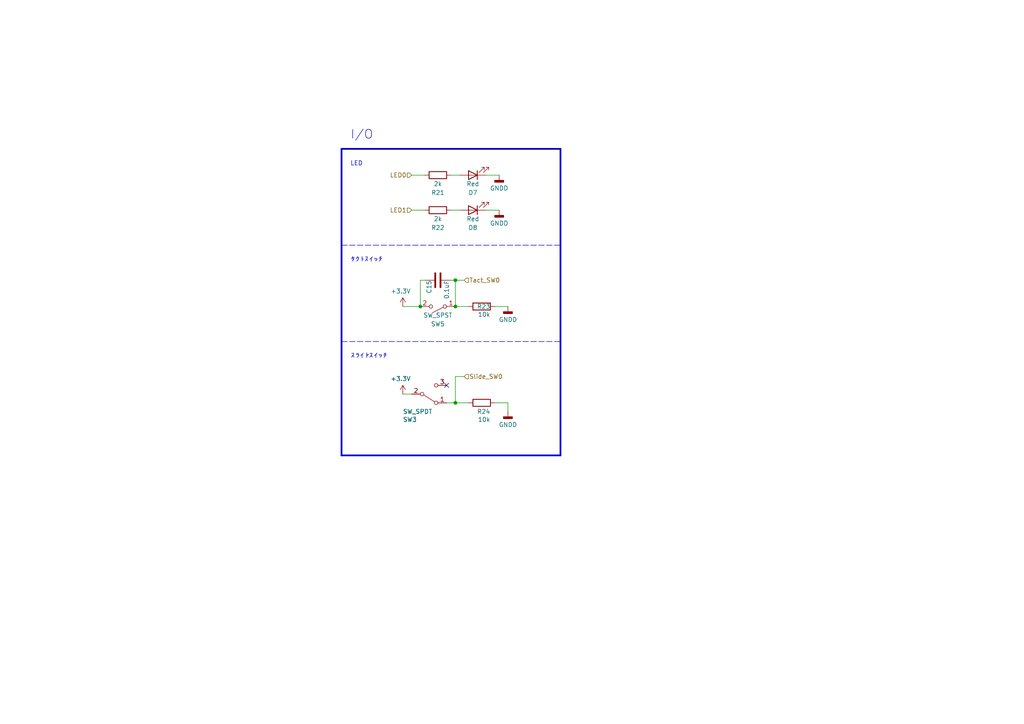
<source format=kicad_sch>
(kicad_sch (version 20230121) (generator eeschema)
  (paper "A4")
  (lib_symbols
    (symbol "Device:C" (pin_numbers hide) (pin_names (offset 0.254))
      (property "Reference" "C" (at 0.635 2.54 0))
      (property "Value" "C" (at 0.635 -2.54 0))
      (symbol "C_0_1"
        (polyline (pts (xy -2.032 -0.762) (xy 2.032 -0.762)) (stroke (width 0.508)))
        (polyline (pts (xy -2.032 0.762) (xy 2.032 0.762)) (stroke (width 0.508)))
      )
      (symbol "C_1_1"
        (pin passive line (at 0 3.81 270) (length 2.794) (name "~") (number "1"))
        (pin passive line (at 0 -3.81 90) (length 2.794) (name "~") (number "2"))
      )
    )
    (symbol "Device:LED" (pin_numbers hide) (pin_names (offset 1.016) hide)
      (property "Reference" "D" (at 0 2.54 0))
      (property "Value" "LED" (at 0 -2.54 0))
      (symbol "LED_0_1"
        (polyline (pts (xy -1.27 -1.27) (xy -1.27 1.27)) (stroke (width 0.254)))
        (polyline (pts (xy -1.27 0) (xy 1.27 0)))
        (polyline (pts (xy 1.27 -1.27) (xy 1.27 1.27) (xy -1.27 0) (xy 1.27 -1.27)) (stroke (width 0.254)))
        (polyline (pts (xy -3.048 -0.762) (xy -4.572 -2.286) (xy -3.81 -2.286) (xy -4.572 -2.286) (xy -4.572 -1.524)))
        (polyline (pts (xy -1.778 -0.762) (xy -3.302 -2.286) (xy -2.54 -2.286) (xy -3.302 -2.286) (xy -3.302 -1.524)))
      )
      (symbol "LED_1_1"
        (pin passive line (at -3.81 0 0) (length 2.54) (name "K") (number "1"))
        (pin passive line (at 3.81 0 180) (length 2.54) (name "A") (number "2"))
      )
    )
    (symbol "Device:R" (pin_numbers hide) (pin_names (offset 0))
      (property "Reference" "R" (at 2.032 0 90))
      (property "Value" "R" (at 0 0 90))
      (symbol "R_0_1"
        (rectangle (start -1.016 -2.54) (end 1.016 2.54) (stroke (width 0.254)))
      )
      (symbol "R_1_1"
        (pin passive line (at 0 3.81 270) (length 1.27) (name "~") (number "1"))
        (pin passive line (at 0 -3.81 90) (length 1.27) (name "~") (number "2"))
      )
    )
    (symbol "Switch:SW_SPDT" (pin_names (offset 0) hide)
      (property "Reference" "SW" (at 0 4.318 0))
      (property "Value" "SW_SPDT" (at 0 -5.08 0))
      (symbol "SW_SPDT_0_0"
        (circle (center -2.032 0) (radius 0.508))
        (circle (center 2.032 -2.54) (radius 0.508))
      )
      (symbol "SW_SPDT_0_1"
        (polyline (pts (xy -1.524 0.254) (xy 1.651 2.286)))
        (circle (center 2.032 2.54) (radius 0.508))
      )
      (symbol "SW_SPDT_1_1"
        (pin passive line (at 5.08 2.54 180) (length 2.54) (name "A") (number "1"))
        (pin passive line (at -5.08 0 0) (length 2.54) (name "B") (number "2"))
        (pin passive line (at 5.08 -2.54 180) (length 2.54) (name "C") (number "3"))
      )
    )
    (symbol "Switch:SW_SPST" (pin_names (offset 0) hide)
      (property "Reference" "SW" (at 0 3.175 0))
      (property "Value" "SW_SPST" (at 0 -2.54 0))
      (symbol "SW_SPST_0_0"
        (circle (center -2.032 0) (radius 0.508))
        (polyline (pts (xy -1.524 0.254) (xy 1.524 1.778)))
        (circle (center 2.032 0) (radius 0.508))
      )
      (symbol "SW_SPST_1_1"
        (pin passive line (at -5.08 0 0) (length 2.54) (name "A") (number "1"))
        (pin passive line (at 5.08 0 180) (length 2.54) (name "B") (number "2"))
      )
    )
    (symbol "power:+3.3V" (power) (pin_names (offset 0))
      (property "Value" "+3.3V" (at 0 3.556 0))
      (symbol "+3.3V_0_1"
        (polyline (pts (xy -0.762 1.27) (xy 0 2.54)))
        (polyline (pts (xy 0 0) (xy 0 2.54)))
        (polyline (pts (xy 0 2.54) (xy 0.762 1.27)))
      )
      (symbol "+3.3V_1_1"
        (pin power_in line (at 0 0 90) (length 0) hide (name "+3.3V") (number "1"))
      )
    )
    (symbol "power:GNDD" (power) (pin_names (offset 0))
      (property "Value" "GNDD" (at 0 -3.175 0))
      (symbol "GNDD_0_1"
        (rectangle (start -1.27 -1.524) (end 1.27 -2.032) (stroke (width 0.254)) (fill (type outline)))
        (polyline (pts (xy 0 0) (xy 0 -1.524)))
      )
      (symbol "GNDD_1_1"
        (pin power_in line (at 0 0 270) (length 0) hide (name "GNDD") (number "1"))
      )
    )
  )
  (junction (at 132.08 116.84))
  (junction (at 121.92 88.9))
  (junction (at 132.08 88.9))
  (junction (at 132.08 81.28))
  (no_connect (at 129.54 111.76))
  (wire (pts (xy 129.54 116.84) (xy 132.08 116.84)))
  (wire (pts (xy 140.97 60.96) (xy 144.78 60.96)))
  (polyline (pts (xy 99.06 43.18) (xy 162.56 43.18)) (stroke (width 0.5) (type solid)))
  (wire (pts (xy 143.51 116.84) (xy 147.32 116.84)))
  (wire (pts (xy 132.08 81.28) (xy 130.81 81.28)))
  (wire (pts (xy 116.84 114.3) (xy 119.38 114.3)))
  (wire (pts (xy 132.08 116.84) (xy 135.89 116.84)))
  (wire (pts (xy 143.51 88.9) (xy 147.32 88.9)))
  (wire (pts (xy 147.32 119.38) (xy 147.32 116.84)))
  (wire (pts (xy 134.62 109.22) (xy 132.08 109.22)))
  (wire (pts (xy 119.38 50.8) (xy 123.19 50.8)))
  (polyline (pts (xy 162.56 132.08) (xy 162.56 43.18)) (stroke (width 0.5) (type solid)))
  (wire (pts (xy 130.81 50.8) (xy 133.35 50.8)))
  (polyline (pts (xy 99.06 99.06) (xy 162.56 99.06)) (stroke (width 0) (type dash)))
  (wire (pts (xy 116.84 88.9) (xy 121.92 88.9)))
  (wire (pts (xy 121.92 81.28) (xy 121.92 88.9)))
  (polyline (pts (xy 99.06 132.08) (xy 162.56 132.08)) (stroke (width 0.5) (type solid)))
  (wire (pts (xy 132.08 81.28) (xy 134.62 81.28)))
  (polyline (pts (xy 99.06 132.08) (xy 99.06 43.18)) (stroke (width 0.5) (type solid)))
  (wire (pts (xy 140.97 50.8) (xy 144.78 50.8)))
  (wire (pts (xy 132.08 88.9) (xy 135.89 88.9)))
  (wire (pts (xy 132.08 109.22) (xy 132.08 116.84)))
  (wire (pts (xy 130.81 60.96) (xy 133.35 60.96)))
  (wire (pts (xy 119.38 60.96) (xy 123.19 60.96)))
  (wire (pts (xy 132.08 81.28) (xy 132.08 88.9)))
  (polyline (pts (xy 99.06 71.12) (xy 162.56 71.12)) (stroke (width 0) (type dash)))
  (wire (pts (xy 121.92 81.28) (xy 123.19 81.28)))
  (text "スライドスイッチ" (at 101.6 104.14 0) (effects (font (size 1.27 1.27)) (justify left bottom)))
  (text "タクトスイッチ" (at 101.6 76.2 0) (effects (font (size 1.27 1.27)) (justify left bottom)))
  (text "LED" (at 101.6 48.26 0) (effects (font (size 1.27 1.27)) (justify left bottom)))
  (text "I/O" (at 101.6 40.64 0) (effects (font (size 2.54 2.54)) (justify left bottom)))
  (hierarchical_label "LED0" (shape input) (at 119.38 50.8 180))
  (hierarchical_label "Tact_SW0" (shape input) (at 134.62 81.28 0))
  (hierarchical_label "LED1" (shape input) (at 119.38 60.96 180))
  (hierarchical_label "Slide_SW0" (shape input) (at 134.62 109.22 0))
  (symbol (lib_id "Switch:SW_SPDT") (at 124.46 114.3 0) (mirror x) (unit 1)
    (property "Reference" "SW3" (at 116.84 121.6914 0) (effects (justify left)))
    (property "Value" "SW_SPDT" (at 116.84 119.38 0) (effects (justify left)))
    (property "Footprint" "MyLibrary:SW_Slide_3P_SPDT" (effects hide))
  )
  (symbol (lib_id "Device:C") (at 127 81.28 90) (mirror x) (unit 1)
    (property "Reference" "C15" (at 124.46 81.28 0) (effects (justify left)))
    (property "Value" "0.1uF" (at 129.54 81.28 0) (effects (justify left)))
    (property "Footprint" "Capacitor_SMD:C_0402_1005Metric" (effects hide))
  )
  (symbol (lib_id "Device:R") (at 139.7 116.84 90) (mirror x) (unit 1)
    (property "Reference" "R24" (at 142.24 119.38 90) (effects (justify left)))
    (property "Value" "10k" (at 142.24 121.6914 90) (effects (justify left)))
    (property "Footprint" "Resistor_SMD:R_0402_1005Metric" (effects hide))
  )
  (symbol (lib_id "power:GNDD") (at 147.32 88.9 0) (unit 1)
    (property "Reference" "#PWR041" (effects hide))
    (property "Value" "GNDD" (at 147.32 92.71 0))
  )
  (symbol (lib_id "Device:LED") (at 137.16 50.8 180) (unit 1)
    (property "Reference" "D7" (at 137.16 55.88 0))
    (property "Value" "Red" (at 137.16 53.34 0))
    (property "Footprint" "LED_SMD:LED_0603_1608Metric_Pad1.05x0.95mm_HandSolder" (effects hide))
  )
  (symbol (lib_id "Switch:SW_SPST") (at 127 88.9 180) (unit 1)
    (property "Reference" "SW5" (at 127 93.98 0))
    (property "Value" "SW_SPST" (at 127 91.44 0))
    (property "Footprint" "Button_Switch_SMD:SW_SPST_Omron_B3FS-100xP" (effects hide))
  )
  (symbol (lib_id "power:GNDD") (at 144.78 60.96 0) (unit 1)
    (property "Reference" "#PWR040" (effects hide))
    (property "Value" "GNDD" (at 144.78 64.77 0))
  )
  (symbol (lib_id "Device:LED") (at 137.16 60.96 180) (unit 1)
    (property "Reference" "D8" (at 137.16 66.04 0))
    (property "Value" "Red" (at 137.16 63.5 0))
    (property "Footprint" "LED_SMD:LED_0603_1608Metric_Pad1.05x0.95mm_HandSolder" (effects hide))
  )
  (symbol (lib_id "Device:R") (at 127 50.8 270) (mirror x) (unit 1)
    (property "Reference" "R21" (at 127 55.88 90))
    (property "Value" "2k" (at 127 53.34 90))
    (property "Footprint" "Resistor_SMD:R_0402_1005Metric" (effects hide))
  )
  (symbol (lib_id "Device:R") (at 127 60.96 270) (mirror x) (unit 1)
    (property "Reference" "R22" (at 127 66.04 90))
    (property "Value" "2k" (at 127 63.5 90))
    (property "Footprint" "Resistor_SMD:R_0402_1005Metric" (effects hide))
  )
  (symbol (lib_id "power:GNDD") (at 144.78 50.8 0) (unit 1)
    (property "Reference" "#PWR039" (effects hide))
    (property "Value" "GNDD" (at 144.78 54.61 0))
  )
  (symbol (lib_id "power:+3.3V") (at 116.84 88.9 0) (unit 1)
    (property "Reference" "#PWR036" (effects hide))
    (property "Value" "+3.3V" (at 116.205 84.455 0))
  )
  (symbol (lib_id "Device:R") (at 139.7 88.9 90) (unit 1)
    (property "Reference" "R23" (at 142.24 88.9 90) (effects (justify left)))
    (property "Value" "10k" (at 142.24 91.2114 90) (effects (justify left)))
    (property "Footprint" "Resistor_SMD:R_0402_1005Metric" (effects hide))
  )
  (symbol (lib_id "power:GNDD") (at 147.32 119.38 0) (unit 1)
    (property "Reference" "#PWR044" (effects hide))
    (property "Value" "GNDD" (at 147.32 123.19 0))
  )
  (symbol (lib_id "power:+3.3V") (at 116.84 114.3 0) (unit 1)
    (property "Reference" "#PWR037" (effects hide))
    (property "Value" "+3.3V" (at 116.205 109.855 0))
  )
)
</source>
